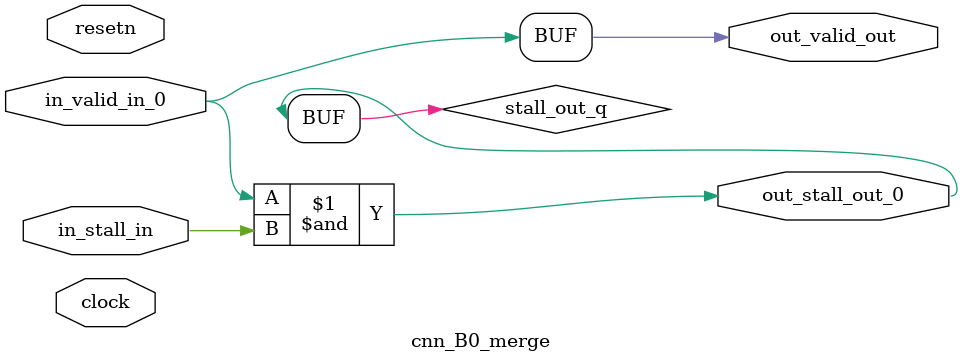
<source format=sv>



(* altera_attribute = "-name AUTO_SHIFT_REGISTER_RECOGNITION OFF; -name MESSAGE_DISABLE 10036; -name MESSAGE_DISABLE 10037; -name MESSAGE_DISABLE 14130; -name MESSAGE_DISABLE 14320; -name MESSAGE_DISABLE 15400; -name MESSAGE_DISABLE 14130; -name MESSAGE_DISABLE 10036; -name MESSAGE_DISABLE 12020; -name MESSAGE_DISABLE 12030; -name MESSAGE_DISABLE 12010; -name MESSAGE_DISABLE 12110; -name MESSAGE_DISABLE 14320; -name MESSAGE_DISABLE 13410; -name MESSAGE_DISABLE 113007; -name MESSAGE_DISABLE 10958" *)
module cnn_B0_merge (
    input wire [0:0] in_stall_in,
    input wire [0:0] in_valid_in_0,
    output wire [0:0] out_stall_out_0,
    output wire [0:0] out_valid_out,
    input wire clock,
    input wire resetn
    );

    wire [0:0] stall_out_q;
    reg [0:0] rst_sync_rst_sclrn;


    // stall_out(LOGICAL,6)
    assign stall_out_q = in_valid_in_0 & in_stall_in;

    // out_stall_out_0(GPOUT,4)
    assign out_stall_out_0 = stall_out_q;

    // out_valid_out(GPOUT,5)
    assign out_valid_out = in_valid_in_0;

    // rst_sync(RESETSYNC,7)
    acl_reset_handler #(
        .ASYNC_RESET(0),
        .USE_SYNCHRONIZER(1),
        .PULSE_EXTENSION(0),
        .PIPE_DEPTH(3),
        .DUPLICATE(1)
    ) therst_sync (
        .clk(clock),
        .i_resetn(resetn),
        .o_sclrn(rst_sync_rst_sclrn)
    );

endmodule

</source>
